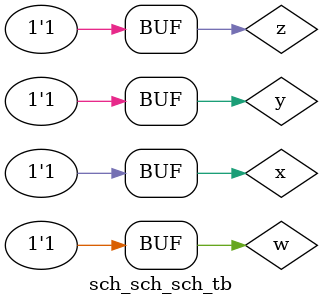
<source format=v>

`timescale 1ns / 1ps

module sch_sch_sch_tb();

// Inputs
   reg w;
   reg x;
   reg y;
   reg z;

// Output
   wire y3;
   wire y2;
   wire y1;
   wire y0;

// Bidirs

// Instantiate the UUT
   sch UUT (
		.w(w), 
		.x(x), 
		.y(y), 
		.z(z), 
		.y3(y3), 
		.y2(y2), 
		.y1(y1), 
		.y0(y0)
   );
// Initialize Inputs
	initial begin
		w=0;
		x=0;
		y=0;
		z=0;
		#50;
		
		
		w=0;
		x=0;
		y=0;
		z=1;
		#50;
		
		
		w=0;
		x=0;
		y=1;
		z=0;
		#50;
		
		w=0;
		x=0;
		y=1;
		z=1;
		#50;
		
		w=0;
		x=1;
		y=0;
		z=0;
		#50;
		
		w=0;
		x=1;
		y=0;
		z=1;
		#50;
		
		w=0;
		x=1;
		y=1;
		z=0;
		#50;
		
		w=0;
		x=1;
		y=1;
		z=1;
		#50;
		
		w=1;
		x=0;
		y=0;
		z=0;
		#50;
		
		w=1;
		x=0;
		y=0;
		z=1;
		#50;
		
		w=1;
		x=0;
		y=1;
		z=0;
		#50;
		
		w=1;
		x=0;
		y=1;
		z=1;
		#50;
		
		w=1;
		x=1;
		y=0;
		z=0;
		#50;
		
		w=1;
		x=1;
		y=0;
		z=1;
		#50;
		
		w=1;
		x=1;
		y=1;
		z=0;
		#50;
		
		w=1;
		x=1;
		y=1;
		z=1;
		#50;
	end
endmodule

</source>
